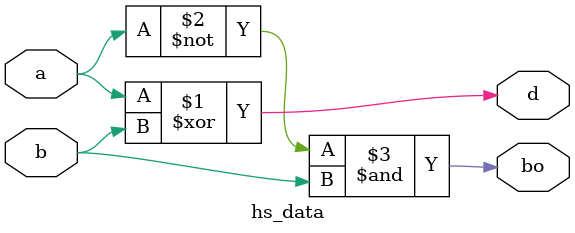
<source format=v>
module hs_data (d, bo, a, b);
output d, bo;
input a, b;
assign d=a^b;
assign bo=~a&b;
endmodule
</source>
